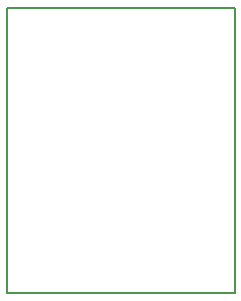
<source format=gbr>
%TF.GenerationSoftware,KiCad,Pcbnew,8.0.0*%
%TF.CreationDate,2025-02-14T14:26:33-04:00*%
%TF.ProjectId,Proyecto 1 Kicad,50726f79-6563-4746-9f20-31204b696361,rev?*%
%TF.SameCoordinates,Original*%
%TF.FileFunction,Profile,NP*%
%FSLAX46Y46*%
G04 Gerber Fmt 4.6, Leading zero omitted, Abs format (unit mm)*
G04 Created by KiCad (PCBNEW 8.0.0) date 2025-02-14 14:26:33*
%MOMM*%
%LPD*%
G01*
G04 APERTURE LIST*
%TA.AperFunction,Profile*%
%ADD10C,0.152400*%
%TD*%
G04 APERTURE END LIST*
D10*
X145542000Y-110744000D02*
X145542000Y-86614000D01*
X147066000Y-110744000D02*
X145542000Y-110744000D01*
X164846000Y-110744000D02*
X147066000Y-110744000D01*
X164846000Y-86614000D02*
X164846000Y-110744000D01*
X145542000Y-86614000D02*
X164846000Y-86614000D01*
M02*

</source>
